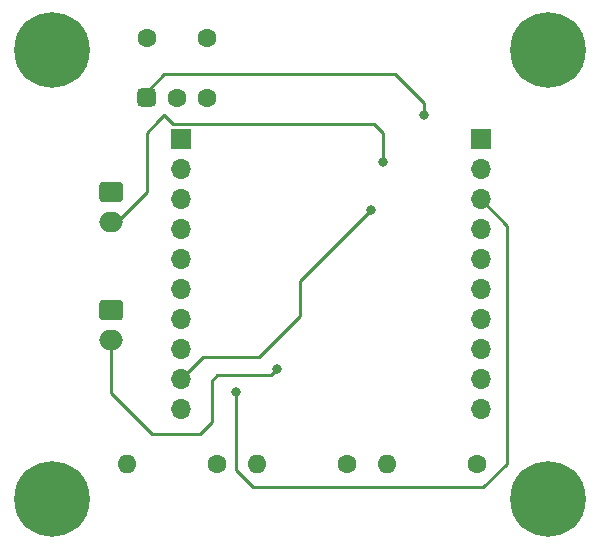
<source format=gbr>
%TF.GenerationSoftware,KiCad,Pcbnew,(5.1.9)-1*%
%TF.CreationDate,2022-06-16T16:59:39+09:00*%
%TF.ProjectId,Transmitter,5472616e-736d-4697-9474-65722e6b6963,rev?*%
%TF.SameCoordinates,Original*%
%TF.FileFunction,Copper,L2,Bot*%
%TF.FilePolarity,Positive*%
%FSLAX46Y46*%
G04 Gerber Fmt 4.6, Leading zero omitted, Abs format (unit mm)*
G04 Created by KiCad (PCBNEW (5.1.9)-1) date 2022-06-16 16:59:39*
%MOMM*%
%LPD*%
G01*
G04 APERTURE LIST*
%TA.AperFunction,ComponentPad*%
%ADD10C,0.800000*%
%TD*%
%TA.AperFunction,ComponentPad*%
%ADD11C,6.400000*%
%TD*%
%TA.AperFunction,ComponentPad*%
%ADD12O,2.000000X1.700000*%
%TD*%
%TA.AperFunction,ComponentPad*%
%ADD13R,1.700000X1.700000*%
%TD*%
%TA.AperFunction,ComponentPad*%
%ADD14O,1.700000X1.700000*%
%TD*%
%TA.AperFunction,ComponentPad*%
%ADD15C,1.600000*%
%TD*%
%TA.AperFunction,ComponentPad*%
%ADD16O,1.600000X1.600000*%
%TD*%
%TA.AperFunction,ViaPad*%
%ADD17C,0.800000*%
%TD*%
%TA.AperFunction,Conductor*%
%ADD18C,0.250000*%
%TD*%
G04 APERTURE END LIST*
D10*
%TO.P,REF\u002A\u002A,1*%
%TO.N,N/C*%
X168697056Y-110302944D03*
X167000000Y-109600000D03*
X165302944Y-110302944D03*
X164600000Y-112000000D03*
X165302944Y-113697056D03*
X167000000Y-114400000D03*
X168697056Y-113697056D03*
X169400000Y-112000000D03*
D11*
X167000000Y-112000000D03*
%TD*%
D10*
%TO.P,REF\u002A\u002A,1*%
%TO.N,N/C*%
X126697056Y-110302944D03*
X125000000Y-109600000D03*
X123302944Y-110302944D03*
X122600000Y-112000000D03*
X123302944Y-113697056D03*
X125000000Y-114400000D03*
X126697056Y-113697056D03*
X127400000Y-112000000D03*
D11*
X125000000Y-112000000D03*
%TD*%
D10*
%TO.P,REF\u002A\u002A,1*%
%TO.N,N/C*%
X168697056Y-72302944D03*
X167000000Y-71600000D03*
X165302944Y-72302944D03*
X164600000Y-74000000D03*
X165302944Y-75697056D03*
X167000000Y-76400000D03*
X168697056Y-75697056D03*
X169400000Y-74000000D03*
D11*
X167000000Y-74000000D03*
%TD*%
D10*
%TO.P,REF\u002A\u002A,1*%
%TO.N,N/C*%
X126697056Y-72302944D03*
X125000000Y-71600000D03*
X123302944Y-72302944D03*
X122600000Y-74000000D03*
X123302944Y-75697056D03*
X125000000Y-76400000D03*
X126697056Y-75697056D03*
X127400000Y-74000000D03*
D11*
X125000000Y-74000000D03*
%TD*%
%TO.P,ESS,1*%
%TO.N,+5V*%
%TA.AperFunction,ComponentPad*%
G36*
G01*
X129250000Y-95150000D02*
X130750000Y-95150000D01*
G75*
G02*
X131000000Y-95400000I0J-250000D01*
G01*
X131000000Y-96600000D01*
G75*
G02*
X130750000Y-96850000I-250000J0D01*
G01*
X129250000Y-96850000D01*
G75*
G02*
X129000000Y-96600000I0J250000D01*
G01*
X129000000Y-95400000D01*
G75*
G02*
X129250000Y-95150000I250000J0D01*
G01*
G37*
%TD.AperFunction*%
D12*
%TO.P,ESS,2*%
%TO.N,ESS_IN*%
X130000000Y-98500000D03*
%TD*%
D13*
%TO.P,J3,1*%
%TO.N,N/C*%
X135890000Y-81550000D03*
D14*
%TO.P,J3,2*%
X135890000Y-84090000D03*
%TO.P,J3,3*%
X135890000Y-86630000D03*
%TO.P,J3,4*%
%TO.N,RX*%
X135890000Y-89170000D03*
%TO.P,J3,5*%
%TO.N,N/C*%
X135890000Y-91710000D03*
%TO.P,J3,6*%
X135890000Y-94250000D03*
%TO.P,J3,7*%
X135890000Y-96790000D03*
%TO.P,J3,8*%
X135890000Y-99330000D03*
%TO.P,J3,9*%
%TO.N,+3V3*%
X135890000Y-101870000D03*
%TO.P,J3,10*%
%TO.N,N/C*%
X135890000Y-104410000D03*
%TD*%
%TO.P,J4,10*%
%TO.N,N/C*%
X161290000Y-104410000D03*
%TO.P,J4,9*%
%TO.N,GND*%
X161290000Y-101870000D03*
%TO.P,J4,8*%
%TO.N,N/C*%
X161290000Y-99330000D03*
%TO.P,J4,7*%
X161290000Y-96790000D03*
%TO.P,J4,6*%
X161290000Y-94250000D03*
%TO.P,J4,5*%
X161290000Y-91710000D03*
%TO.P,J4,4*%
X161290000Y-89170000D03*
%TO.P,J4,3*%
%TO.N,TX*%
X161290000Y-86630000D03*
%TO.P,J4,2*%
%TO.N,N/C*%
X161290000Y-84090000D03*
D13*
%TO.P,J4,1*%
X161290000Y-81550000D03*
%TD*%
%TO.P,5V,1*%
%TO.N,PW_IN*%
%TA.AperFunction,ComponentPad*%
G36*
G01*
X129250000Y-85150000D02*
X130750000Y-85150000D01*
G75*
G02*
X131000000Y-85400000I0J-250000D01*
G01*
X131000000Y-86600000D01*
G75*
G02*
X130750000Y-86850000I-250000J0D01*
G01*
X129250000Y-86850000D01*
G75*
G02*
X129000000Y-86600000I0J250000D01*
G01*
X129000000Y-85400000D01*
G75*
G02*
X129250000Y-85150000I250000J0D01*
G01*
G37*
%TD.AperFunction*%
D12*
%TO.P,5V,2*%
%TO.N,GND*%
X130000000Y-88500000D03*
%TD*%
D15*
%TO.P,SW,*%
%TO.N,*%
X138080000Y-72920000D03*
X133000000Y-72920000D03*
%TO.P,SW,1*%
%TO.N,+5V*%
%TA.AperFunction,ComponentPad*%
G36*
G01*
X132600000Y-77200000D02*
X133400000Y-77200000D01*
G75*
G02*
X133800000Y-77600000I0J-400000D01*
G01*
X133800000Y-78400000D01*
G75*
G02*
X133400000Y-78800000I-400000J0D01*
G01*
X132600000Y-78800000D01*
G75*
G02*
X132200000Y-78400000I0J400000D01*
G01*
X132200000Y-77600000D01*
G75*
G02*
X132600000Y-77200000I400000J0D01*
G01*
G37*
%TD.AperFunction*%
%TO.P,SW,2*%
%TO.N,PW_IN*%
X135540000Y-78000000D03*
%TO.P,SW,3*%
%TO.N,N/C*%
X138080000Y-78000000D03*
%TD*%
%TO.P,R1,1*%
%TO.N,Net-(R1-Pad1)*%
X139000000Y-109000000D03*
D16*
%TO.P,R1,2*%
%TO.N,GND*%
X131380000Y-109000000D03*
%TD*%
D15*
%TO.P,R2,1*%
%TO.N,Net-(R2-Pad1)*%
X150000000Y-109000000D03*
D16*
%TO.P,R2,2*%
%TO.N,Net-(R1-Pad1)*%
X142380000Y-109000000D03*
%TD*%
D15*
%TO.P,R3,1*%
%TO.N,+5V*%
X161000000Y-109000000D03*
D16*
%TO.P,R3,2*%
%TO.N,Net-(R2-Pad1)*%
X153380000Y-109000000D03*
%TD*%
D17*
%TO.N,GND*%
X153000000Y-83500000D03*
%TO.N,+5V*%
X156500000Y-79500000D03*
%TO.N,+3V3*%
X152000000Y-87500000D03*
%TO.N,TX*%
X140533120Y-102966880D03*
%TO.N,ESS_IN*%
X144000000Y-101000000D03*
%TD*%
D18*
%TO.N,GND*%
X130000000Y-88500000D02*
X130500000Y-88500000D01*
X130500000Y-88500000D02*
X133000000Y-86000000D01*
X133000000Y-86000000D02*
X133000000Y-81000000D01*
X133000000Y-81000000D02*
X134000000Y-80000000D01*
X134000000Y-80000000D02*
X134500000Y-79500000D01*
X135225001Y-80225001D02*
X152225001Y-80225001D01*
X134500000Y-79500000D02*
X135225001Y-80225001D01*
X152225001Y-80225001D02*
X153000000Y-81000000D01*
X153000000Y-81000000D02*
X153000000Y-83500000D01*
X153000000Y-83500000D02*
X153000000Y-83500000D01*
%TO.N,+5V*%
X133000000Y-78000000D02*
X133000000Y-77500000D01*
X133000000Y-77500000D02*
X134500000Y-76000000D01*
X134500000Y-76000000D02*
X154000000Y-76000000D01*
X154000000Y-76000000D02*
X156500000Y-78500000D01*
X156500000Y-78500000D02*
X156500000Y-79500000D01*
X156500000Y-79500000D02*
X156500000Y-79500000D01*
%TO.N,+3V3*%
X135890000Y-101870000D02*
X137760000Y-100000000D01*
X137760000Y-100000000D02*
X142500000Y-100000000D01*
X142500000Y-100000000D02*
X146000000Y-96500000D01*
X146000000Y-96500000D02*
X146000000Y-93500000D01*
X146000000Y-93500000D02*
X152000000Y-87500000D01*
X152000000Y-87500000D02*
X152000000Y-87500000D01*
%TO.N,TX*%
X140533120Y-102966880D02*
X140533120Y-109533120D01*
X140533120Y-109533120D02*
X142000000Y-111000000D01*
X142000000Y-111000000D02*
X161500000Y-111000000D01*
X161500000Y-111000000D02*
X163500000Y-109000000D01*
X163500000Y-88840000D02*
X161290000Y-86630000D01*
X163500000Y-109000000D02*
X163500000Y-88840000D01*
%TO.N,ESS_IN*%
X144000000Y-101000000D02*
X143500000Y-101500000D01*
X143500000Y-101500000D02*
X139000000Y-101500000D01*
X139000000Y-101500000D02*
X138500000Y-102000000D01*
X138500000Y-102000000D02*
X138500000Y-105500000D01*
X138500000Y-105500000D02*
X137500000Y-106500000D01*
X137500000Y-106500000D02*
X133500000Y-106500000D01*
X130000000Y-103000000D02*
X130000000Y-98500000D01*
X133500000Y-106500000D02*
X130000000Y-103000000D01*
%TD*%
M02*

</source>
